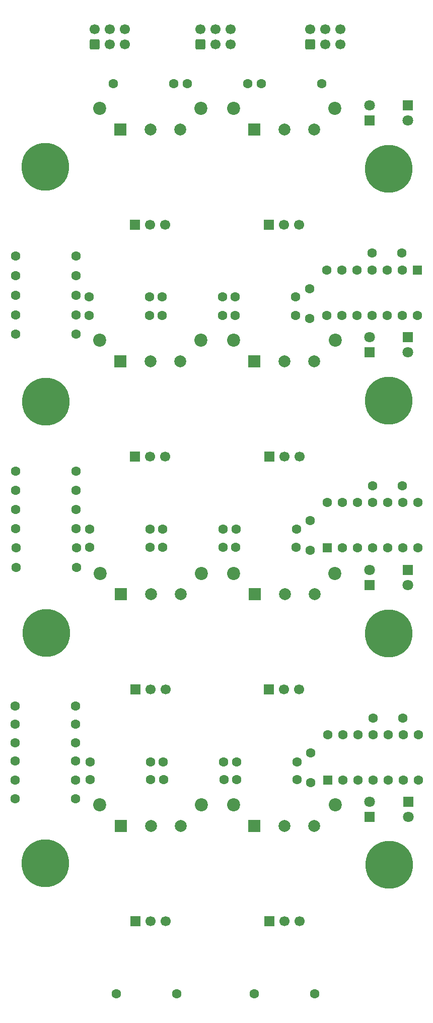
<source format=gbr>
%TF.GenerationSoftware,KiCad,Pcbnew,9.0.6*%
%TF.CreationDate,2026-01-20T20:27:34+11:00*%
%TF.ProjectId,attenuverter,61747465-6e75-4766-9572-7465722e6b69,rev?*%
%TF.SameCoordinates,Original*%
%TF.FileFunction,Soldermask,Bot*%
%TF.FilePolarity,Negative*%
%FSLAX46Y46*%
G04 Gerber Fmt 4.6, Leading zero omitted, Abs format (unit mm)*
G04 Created by KiCad (PCBNEW 9.0.6) date 2026-01-20 20:27:34*
%MOMM*%
%LPD*%
G01*
G04 APERTURE LIST*
G04 Aperture macros list*
%AMRoundRect*
0 Rectangle with rounded corners*
0 $1 Rounding radius*
0 $2 $3 $4 $5 $6 $7 $8 $9 X,Y pos of 4 corners*
0 Add a 4 corners polygon primitive as box body*
4,1,4,$2,$3,$4,$5,$6,$7,$8,$9,$2,$3,0*
0 Add four circle primitives for the rounded corners*
1,1,$1+$1,$2,$3*
1,1,$1+$1,$4,$5*
1,1,$1+$1,$6,$7*
1,1,$1+$1,$8,$9*
0 Add four rect primitives between the rounded corners*
20,1,$1+$1,$2,$3,$4,$5,0*
20,1,$1+$1,$4,$5,$6,$7,0*
20,1,$1+$1,$6,$7,$8,$9,0*
20,1,$1+$1,$8,$9,$2,$3,0*%
G04 Aperture macros list end*
%ADD10C,1.600000*%
%ADD11RoundRect,0.250000X-0.550000X0.550000X-0.550000X-0.550000X0.550000X-0.550000X0.550000X0.550000X0*%
%ADD12R,2.000000X2.000000*%
%ADD13C,2.000000*%
%ADD14R,1.800000X1.800000*%
%ADD15C,1.800000*%
%ADD16RoundRect,0.250000X0.550000X-0.550000X0.550000X0.550000X-0.550000X0.550000X-0.550000X-0.550000X0*%
%ADD17RoundRect,0.250000X0.600000X-0.600000X0.600000X0.600000X-0.600000X0.600000X-0.600000X-0.600000X0*%
%ADD18C,1.700000*%
%ADD19C,8.000000*%
%ADD20C,2.200000*%
%ADD21R,1.700000X1.700000*%
G04 APERTURE END LIST*
D10*
%TO.C,R16*%
X32360000Y-135800000D03*
X22200000Y-135800000D03*
%TD*%
%TO.C,R30*%
X73780000Y-31300000D03*
X63620000Y-31300000D03*
%TD*%
%TO.C,C2*%
X71700000Y-70700000D03*
X71700000Y-65700000D03*
%TD*%
%TO.C,R31*%
X38680000Y-31300000D03*
X48840000Y-31300000D03*
%TD*%
%TO.C,R29*%
X51120000Y-31300000D03*
X61280000Y-31300000D03*
%TD*%
%TO.C,U1*%
X89815000Y-70210000D03*
X87275000Y-70210000D03*
X84735000Y-70210000D03*
X82195000Y-70210000D03*
X79655000Y-70210000D03*
X77115000Y-70210000D03*
X74575000Y-70210000D03*
X74575000Y-62590000D03*
X77115000Y-62590000D03*
X79655000Y-62590000D03*
X82195000Y-62590000D03*
X84735000Y-62590000D03*
X87275000Y-62590000D03*
D11*
X89815000Y-62590000D03*
%TD*%
D10*
%TO.C,R18*%
X32480000Y-102800000D03*
X22320000Y-102800000D03*
%TD*%
D12*
%TO.C,J10*%
X62428400Y-77900000D03*
D13*
X67508400Y-77900000D03*
X72508400Y-77900000D03*
%TD*%
D10*
%TO.C,C6*%
X82400000Y-137900000D03*
X87400000Y-137900000D03*
%TD*%
%TO.C,R7*%
X22300000Y-70100000D03*
X32460000Y-70100000D03*
%TD*%
%TO.C,R26*%
X72580000Y-184200000D03*
X62420000Y-184200000D03*
%TD*%
%TO.C,R27*%
X22220000Y-148255600D03*
X32380000Y-148255600D03*
%TD*%
%TO.C,R5*%
X22300000Y-63500000D03*
X32460000Y-63500000D03*
%TD*%
%TO.C,R13*%
X69500000Y-106100000D03*
X59340000Y-106100000D03*
%TD*%
%TO.C,R20*%
X59440000Y-145200000D03*
X69600000Y-145200000D03*
%TD*%
D14*
%TO.C,D1*%
X88236400Y-34899681D03*
D15*
X88236400Y-37439681D03*
%TD*%
D10*
%TO.C,C1*%
X87200000Y-59700000D03*
X82200000Y-59700000D03*
%TD*%
%TO.C,R19*%
X22200000Y-138900000D03*
X32360000Y-138900000D03*
%TD*%
D16*
%TO.C,U2*%
X74700000Y-109255600D03*
D10*
X77240000Y-109255600D03*
X79780000Y-109255600D03*
X82320000Y-109255600D03*
X84860000Y-109255600D03*
X87400000Y-109255600D03*
X89940000Y-109255600D03*
X89940000Y-101635600D03*
X87400000Y-101635600D03*
X84860000Y-101635600D03*
X82320000Y-101635600D03*
X79780000Y-101635600D03*
X77240000Y-101635600D03*
X74700000Y-101635600D03*
%TD*%
%TO.C,R23*%
X39240000Y-184200000D03*
X49400000Y-184200000D03*
%TD*%
D14*
%TO.C,D7*%
X88330800Y-151894000D03*
D15*
X88330800Y-154434000D03*
%TD*%
D14*
%TO.C,D8*%
X81828400Y-154439000D03*
D15*
X81828400Y-151899000D03*
%TD*%
D10*
%TO.C,R39*%
X47140000Y-148200000D03*
X57300000Y-148200000D03*
%TD*%
D17*
%TO.C,J2*%
X53386000Y-24646800D03*
D18*
X53386000Y-22106800D03*
X55926000Y-24646800D03*
X55926000Y-22106800D03*
X58466000Y-24646800D03*
X58466000Y-22106800D03*
%TD*%
D19*
%TO.C,J19*%
X85079600Y-162536138D03*
%TD*%
D10*
%TO.C,R6*%
X46920000Y-67100000D03*
X57080000Y-67100000D03*
%TD*%
%TO.C,R22*%
X22200000Y-151386000D03*
X32360000Y-151386000D03*
%TD*%
D20*
%TO.C,RV4*%
X58968400Y-74400000D03*
X76018400Y-74400000D03*
D21*
X64928400Y-93900000D03*
D18*
X67468400Y-93900000D03*
X70008400Y-93900000D03*
%TD*%
D10*
%TO.C,C3*%
X71800000Y-109700000D03*
X71800000Y-104700000D03*
%TD*%
D14*
%TO.C,D6*%
X81795200Y-115535200D03*
D15*
X81795200Y-112995200D03*
%TD*%
D19*
%TO.C,J15*%
X85048109Y-123652826D03*
%TD*%
D10*
%TO.C,R32*%
X69400000Y-70200000D03*
X59240000Y-70200000D03*
%TD*%
D17*
%TO.C,J1*%
X35560000Y-24700000D03*
D18*
X35560000Y-22160000D03*
X38100000Y-24700000D03*
X38100000Y-22160000D03*
X40640000Y-24700000D03*
X40640000Y-22160000D03*
%TD*%
D19*
%TO.C,J7*%
X85007313Y-45573630D03*
%TD*%
D10*
%TO.C,R2*%
X34640000Y-67100000D03*
X44800000Y-67100000D03*
%TD*%
D14*
%TO.C,D4*%
X81806800Y-76380800D03*
D15*
X81806800Y-73840800D03*
%TD*%
D19*
%TO.C,J16*%
X27320000Y-162282138D03*
%TD*%
D20*
%TO.C,RV5*%
X36518400Y-113555600D03*
X53568400Y-113555600D03*
D21*
X42478400Y-133055600D03*
D18*
X45018400Y-133055600D03*
X47558400Y-133055600D03*
%TD*%
D12*
%TO.C,J18*%
X62450000Y-155955600D03*
D13*
X67530000Y-155955600D03*
X72530000Y-155955600D03*
%TD*%
D10*
%TO.C,R38*%
X69600000Y-148200000D03*
X59440000Y-148200000D03*
%TD*%
%TO.C,R11*%
X32480000Y-106000000D03*
X22320000Y-106000000D03*
%TD*%
D20*
%TO.C,RV8*%
X58990000Y-152455600D03*
X76040000Y-152455600D03*
D21*
X64950000Y-171955600D03*
D18*
X67490000Y-171955600D03*
X70030000Y-171955600D03*
%TD*%
D17*
%TO.C,J3*%
X71860000Y-24646800D03*
D18*
X71860000Y-22106800D03*
X74400000Y-24646800D03*
X74400000Y-22106800D03*
X76940000Y-24646800D03*
X76940000Y-22106800D03*
%TD*%
D20*
%TO.C,RV6*%
X58958400Y-113555600D03*
X76008400Y-113555600D03*
D21*
X64918400Y-133055600D03*
D18*
X67458400Y-133055600D03*
X69998400Y-133055600D03*
%TD*%
D19*
%TO.C,J8*%
X27349200Y-84661200D03*
%TD*%
D10*
%TO.C,R9*%
X22300000Y-96400000D03*
X32460000Y-96400000D03*
%TD*%
D19*
%TO.C,J4*%
X27276400Y-45270648D03*
%TD*%
D12*
%TO.C,J14*%
X62518400Y-117055600D03*
D13*
X67598400Y-117055600D03*
X72598400Y-117055600D03*
%TD*%
D10*
%TO.C,R33*%
X46940000Y-70200000D03*
X57100000Y-70200000D03*
%TD*%
D16*
%TO.C,U3*%
X74760000Y-148275600D03*
D10*
X77300000Y-148275600D03*
X79840000Y-148275600D03*
X82380000Y-148275600D03*
X84920000Y-148275600D03*
X87460000Y-148275600D03*
X90000000Y-148275600D03*
X90000000Y-140655600D03*
X87460000Y-140655600D03*
X84920000Y-140655600D03*
X82380000Y-140655600D03*
X79840000Y-140655600D03*
X77300000Y-140655600D03*
X74760000Y-140655600D03*
%TD*%
%TO.C,R24*%
X34800000Y-145200000D03*
X44960000Y-145200000D03*
%TD*%
D12*
%TO.C,J5*%
X39906400Y-38965448D03*
D13*
X44986400Y-38965448D03*
X49986400Y-38965448D03*
%TD*%
D20*
%TO.C,RV1*%
X36406400Y-35465448D03*
X53456400Y-35465448D03*
D21*
X42366400Y-54965448D03*
D18*
X44906400Y-54965448D03*
X47446400Y-54965448D03*
%TD*%
D10*
%TO.C,R10*%
X22340000Y-109255600D03*
X32500000Y-109255600D03*
%TD*%
%TO.C,R8*%
X22320000Y-73383600D03*
X32480000Y-73383600D03*
%TD*%
%TO.C,R25*%
X57280000Y-145200000D03*
X47120000Y-145200000D03*
%TD*%
%TO.C,R3*%
X59240000Y-67100000D03*
X69400000Y-67100000D03*
%TD*%
D20*
%TO.C,RV7*%
X36450000Y-152455600D03*
X53500000Y-152455600D03*
D21*
X42410000Y-171955600D03*
D18*
X44950000Y-171955600D03*
X47490000Y-171955600D03*
%TD*%
D10*
%TO.C,R17*%
X34740000Y-106100000D03*
X44900000Y-106100000D03*
%TD*%
%TO.C,R12*%
X22300000Y-99600000D03*
X32460000Y-99600000D03*
%TD*%
D20*
%TO.C,RV2*%
X58946400Y-35465448D03*
X75996400Y-35465448D03*
D21*
X64906400Y-54965448D03*
D18*
X67446400Y-54965448D03*
X69986400Y-54965448D03*
%TD*%
D10*
%TO.C,R21*%
X22220000Y-145100000D03*
X32380000Y-145100000D03*
%TD*%
%TO.C,R4*%
X32460000Y-66800000D03*
X22300000Y-66800000D03*
%TD*%
%TO.C,C5*%
X71900000Y-143700000D03*
X71900000Y-148700000D03*
%TD*%
%TO.C,R40*%
X44960000Y-148200000D03*
X34800000Y-148200000D03*
%TD*%
%TO.C,R34*%
X44800000Y-70200000D03*
X34640000Y-70200000D03*
%TD*%
%TO.C,R36*%
X47040000Y-109200000D03*
X57200000Y-109200000D03*
%TD*%
%TO.C,R1*%
X22320000Y-60200000D03*
X32480000Y-60200000D03*
%TD*%
D19*
%TO.C,J11*%
X85007200Y-84559600D03*
%TD*%
D10*
%TO.C,R15*%
X22359200Y-112538000D03*
X32519200Y-112538000D03*
%TD*%
%TO.C,R35*%
X69480000Y-109200000D03*
X59320000Y-109200000D03*
%TD*%
%TO.C,R37*%
X44880000Y-109200000D03*
X34720000Y-109200000D03*
%TD*%
D12*
%TO.C,J13*%
X40018400Y-117055600D03*
D13*
X45098400Y-117055600D03*
X50098400Y-117055600D03*
%TD*%
D19*
%TO.C,J12*%
X27439200Y-123561600D03*
%TD*%
D10*
%TO.C,C4*%
X82300000Y-98800000D03*
X87300000Y-98800000D03*
%TD*%
D20*
%TO.C,RV3*%
X36428400Y-74400000D03*
X53478400Y-74400000D03*
D21*
X42388400Y-93900000D03*
D18*
X44928400Y-93900000D03*
X47468400Y-93900000D03*
%TD*%
D12*
%TO.C,J9*%
X39928400Y-77900000D03*
D13*
X45008400Y-77900000D03*
X50008400Y-77900000D03*
%TD*%
D12*
%TO.C,J6*%
X62406400Y-38965448D03*
D13*
X67486400Y-38965448D03*
X72486400Y-38965448D03*
%TD*%
D12*
%TO.C,J17*%
X39950000Y-155955600D03*
D13*
X45030000Y-155955600D03*
X50030000Y-155955600D03*
%TD*%
D14*
%TO.C,D5*%
X88275126Y-112995200D03*
D15*
X88275126Y-115535200D03*
%TD*%
D10*
%TO.C,R14*%
X57200000Y-106100000D03*
X47040000Y-106100000D03*
%TD*%
D14*
%TO.C,D3*%
X88258400Y-73840800D03*
D15*
X88258400Y-76380800D03*
%TD*%
D10*
%TO.C,R28*%
X22200000Y-142000000D03*
X32360000Y-142000000D03*
%TD*%
D14*
%TO.C,D2*%
X81784800Y-37447448D03*
D15*
X81784800Y-34907448D03*
%TD*%
M02*

</source>
